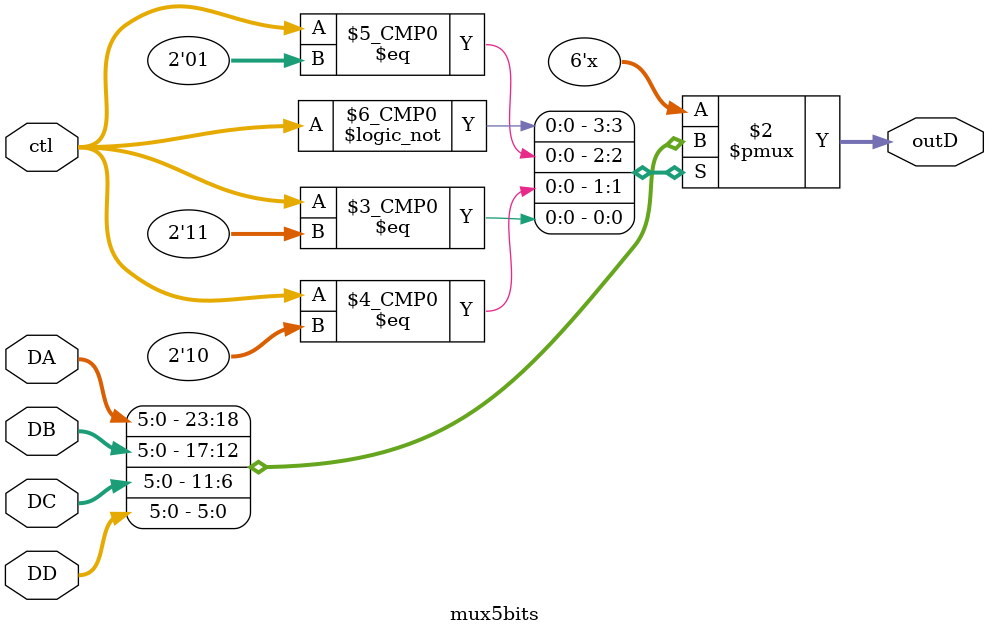
<source format=v>
module mux5bits (ctl, DA, DB, DC, DD, outD);
	input [1:0] ctl;
	input [5:0] DA, DB, DC, DD;
	output reg [5:0] outD;
	
	always @ (*) begin
		case (ctl) 
			2'b00: outD = DA;
			2'b01: outD = DB;
			2'b10: outD = DC;
			2'b11: outD = DD;
		endcase
	end
endmodule
</source>
